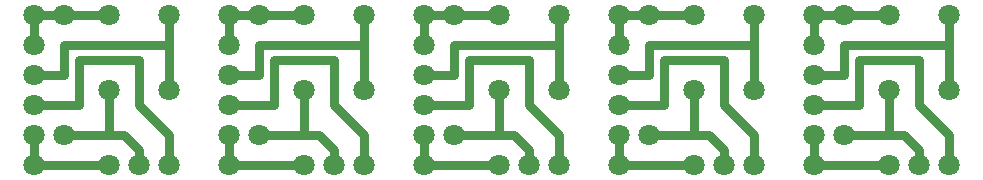
<source format=gbr>
%FSLAX34Y34*%
%MOMM*%
%LNSILK_TOP*%
G71*
G01*
%ADD10C, 1.80*%
%ADD11C, 0.80*%
%LPD*%
X782150Y12700D02*
G54D10*
D03*
X756750Y12700D02*
G54D10*
D03*
X731350Y12700D02*
G54D10*
D03*
X782150Y76200D02*
G54D10*
D03*
X731350Y76200D02*
G54D10*
D03*
X782150Y139700D02*
G54D10*
D03*
X731350Y139700D02*
G54D10*
D03*
X693250Y38100D02*
G54D10*
D03*
X693250Y139700D02*
G54D10*
D03*
G54D11*
X756750Y12700D02*
X756750Y25400D01*
X744050Y38100D01*
X731350Y38100D01*
X731350Y76200D01*
X731350Y38100D01*
X693250Y38100D01*
G54D11*
X782150Y76200D02*
X782150Y139700D01*
G54D11*
X680550Y139700D02*
X731350Y139700D01*
G54D11*
X782150Y114300D02*
X693250Y114300D01*
X693250Y88900D01*
X667850Y88900D01*
G54D11*
X693250Y139700D02*
X667850Y139700D01*
X667850Y114300D01*
G54D11*
X731350Y12700D02*
X667850Y12700D01*
G54D11*
X782150Y12700D02*
X782150Y38100D01*
X756750Y63500D01*
X756750Y101600D01*
X705950Y101600D01*
X705950Y63500D01*
X667850Y63500D01*
X667850Y38100D02*
G54D10*
D03*
X667850Y63500D02*
G54D10*
D03*
X667850Y88900D02*
G54D10*
D03*
X667850Y114300D02*
G54D10*
D03*
X667850Y139700D02*
G54D10*
D03*
X667850Y12700D02*
G54D10*
D03*
G54D11*
X667850Y12700D02*
X667850Y38100D01*
X617050Y12700D02*
G54D10*
D03*
X591650Y12700D02*
G54D10*
D03*
X566250Y12700D02*
G54D10*
D03*
X617050Y76200D02*
G54D10*
D03*
X566250Y76200D02*
G54D10*
D03*
X617050Y139700D02*
G54D10*
D03*
X566250Y139700D02*
G54D10*
D03*
X528150Y38100D02*
G54D10*
D03*
X528150Y139700D02*
G54D10*
D03*
G54D11*
X591650Y12700D02*
X591650Y25400D01*
X578950Y38100D01*
X566250Y38100D01*
X566250Y76200D01*
X566250Y38100D01*
X528150Y38100D01*
G54D11*
X617050Y76200D02*
X617050Y139700D01*
G54D11*
X515450Y139700D02*
X566250Y139700D01*
G54D11*
X617050Y114300D02*
X528150Y114300D01*
X528150Y88900D01*
X502750Y88900D01*
G54D11*
X528150Y139700D02*
X502750Y139700D01*
X502750Y114300D01*
G54D11*
X566250Y12700D02*
X502750Y12700D01*
G54D11*
X617050Y12700D02*
X617050Y38100D01*
X591650Y63500D01*
X591650Y101600D01*
X540850Y101600D01*
X540850Y63500D01*
X502750Y63500D01*
X502750Y38100D02*
G54D10*
D03*
X502750Y63500D02*
G54D10*
D03*
X502750Y88900D02*
G54D10*
D03*
X502750Y114300D02*
G54D10*
D03*
X502750Y139700D02*
G54D10*
D03*
X502750Y12700D02*
G54D10*
D03*
G54D11*
X502750Y12700D02*
X502750Y38100D01*
X451950Y12700D02*
G54D10*
D03*
X426550Y12700D02*
G54D10*
D03*
X401150Y12700D02*
G54D10*
D03*
X451950Y76200D02*
G54D10*
D03*
X401150Y76200D02*
G54D10*
D03*
X451950Y139700D02*
G54D10*
D03*
X401150Y139700D02*
G54D10*
D03*
X363050Y38100D02*
G54D10*
D03*
X363050Y139700D02*
G54D10*
D03*
G54D11*
X426550Y12700D02*
X426550Y25400D01*
X413850Y38100D01*
X401150Y38100D01*
X401150Y76200D01*
X401150Y38100D01*
X363050Y38100D01*
G54D11*
X451950Y76200D02*
X451950Y139700D01*
G54D11*
X350350Y139700D02*
X401150Y139700D01*
G54D11*
X451950Y114300D02*
X363050Y114300D01*
X363050Y88900D01*
X337650Y88900D01*
G54D11*
X363050Y139700D02*
X337650Y139700D01*
X337650Y114300D01*
G54D11*
X401150Y12700D02*
X337650Y12700D01*
G54D11*
X451950Y12700D02*
X451950Y38100D01*
X426550Y63500D01*
X426550Y101600D01*
X375750Y101600D01*
X375750Y63500D01*
X337650Y63500D01*
X337650Y38100D02*
G54D10*
D03*
X337650Y63500D02*
G54D10*
D03*
X337650Y88900D02*
G54D10*
D03*
X337650Y114300D02*
G54D10*
D03*
X337650Y139700D02*
G54D10*
D03*
X337650Y12700D02*
G54D10*
D03*
G54D11*
X337650Y12700D02*
X337650Y38100D01*
X286850Y12700D02*
G54D10*
D03*
X261450Y12700D02*
G54D10*
D03*
X236050Y12700D02*
G54D10*
D03*
X286850Y76200D02*
G54D10*
D03*
X236050Y76200D02*
G54D10*
D03*
X286850Y139700D02*
G54D10*
D03*
X236050Y139700D02*
G54D10*
D03*
X197950Y38100D02*
G54D10*
D03*
X197950Y139700D02*
G54D10*
D03*
G54D11*
X261450Y12700D02*
X261450Y25400D01*
X248750Y38100D01*
X236050Y38100D01*
X236050Y76200D01*
X236050Y38100D01*
X197950Y38100D01*
G54D11*
X286850Y76200D02*
X286850Y139700D01*
G54D11*
X185250Y139700D02*
X236050Y139700D01*
G54D11*
X286850Y114300D02*
X197950Y114300D01*
X197950Y88900D01*
X172550Y88900D01*
G54D11*
X197950Y139700D02*
X172550Y139700D01*
X172550Y114300D01*
G54D11*
X236050Y12700D02*
X172550Y12700D01*
G54D11*
X286850Y12700D02*
X286850Y38100D01*
X261450Y63500D01*
X261450Y101600D01*
X210650Y101600D01*
X210650Y63500D01*
X172550Y63500D01*
X172550Y38100D02*
G54D10*
D03*
X172550Y63500D02*
G54D10*
D03*
X172550Y88900D02*
G54D10*
D03*
X172550Y114300D02*
G54D10*
D03*
X172550Y139700D02*
G54D10*
D03*
X172550Y12700D02*
G54D10*
D03*
G54D11*
X172550Y12700D02*
X172550Y38100D01*
X121750Y12700D02*
G54D10*
D03*
X96350Y12700D02*
G54D10*
D03*
X70950Y12700D02*
G54D10*
D03*
X121750Y76200D02*
G54D10*
D03*
X70950Y76200D02*
G54D10*
D03*
X121750Y139700D02*
G54D10*
D03*
X70950Y139700D02*
G54D10*
D03*
X32850Y38100D02*
G54D10*
D03*
X32850Y139700D02*
G54D10*
D03*
G54D11*
X96350Y12700D02*
X96350Y25400D01*
X83650Y38100D01*
X70950Y38100D01*
X70950Y76200D01*
X70950Y38100D01*
X32850Y38100D01*
G54D11*
X121750Y76200D02*
X121750Y139700D01*
G54D11*
X20150Y139700D02*
X70950Y139700D01*
G54D11*
X121750Y114300D02*
X32850Y114300D01*
X32850Y88900D01*
X7450Y88900D01*
G54D11*
X32850Y139700D02*
X7450Y139700D01*
X7450Y114300D01*
G54D11*
X70950Y12700D02*
X7450Y12700D01*
G54D11*
X121750Y12700D02*
X121750Y38100D01*
X96350Y63500D01*
X96350Y101600D01*
X45550Y101600D01*
X45550Y63500D01*
X7450Y63500D01*
X7450Y38100D02*
G54D10*
D03*
X7450Y63500D02*
G54D10*
D03*
X7450Y88900D02*
G54D10*
D03*
X7450Y114300D02*
G54D10*
D03*
X7450Y139700D02*
G54D10*
D03*
X7450Y12700D02*
G54D10*
D03*
G54D11*
X7450Y12700D02*
X7450Y38100D01*
M02*

</source>
